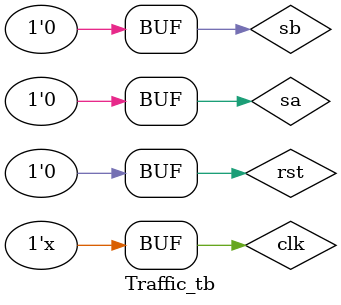
<source format=v>
`timescale 1 ns / 1 ns
module Traffic_tb();
reg clk;
reg rst;
reg sa;
reg sb;
// initializing the clk signal with the unblocking assignment
wire cg, cy, cr, pg, pr;
initial clk <= 0;
always #5 clk <=~clk;
//-------------------------------------------
// initilizing rst signal with the blocking assignment to be one for just 5 ns and then back to zero
initial
begin
rst=1'b0;
#10
rst=1'b1;
#5
rst=1'b0;
end
//----------------------------------------------
//here we pass already 15 ns so we will wait 5 ns and then make posedge for sb and make it zero
//after 5ns again
initial
begin
sb=0;
#20
sb=1;
#10
sb=0;
#700
sb=1;
#20
sb=0;
end
//--------------------------------------------------
//we pass already 25 ns, so after 40 sec we will give posedge to sa
//@(posedge CLK)
initial
begin
sa=0;
#400
sa=1;
//@(posedge CLK)
#50
sa=0;
end
TrafficLight #(.SIM(1'b1)) inst(.CLK(clk), .RST(rst), .SensorA(sa), .SensorB(sb),
.CarGreen(cg) , .CarYellow(cy), .CarRed(cr), .PedGreen(pg), .PedRed(pr));
endmodule
</source>
